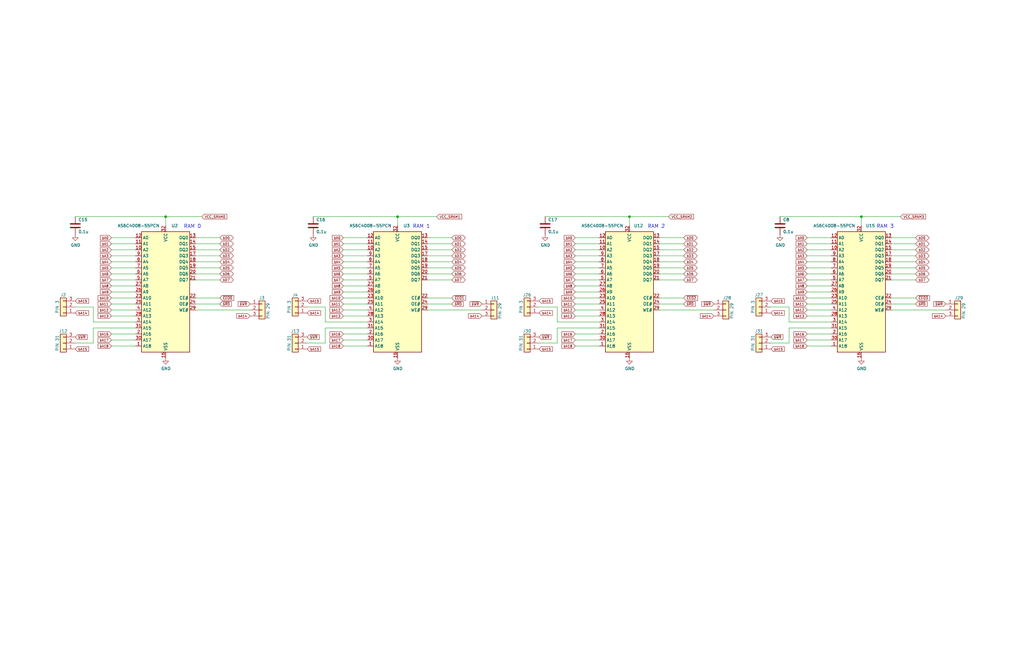
<source format=kicad_sch>
(kicad_sch (version 20211123) (generator eeschema)
  (paper "B")
  (lib_symbols
    (symbol "Connector_Generic:Conn_01x03" (pin_names (offset 1.016) hide)
      (property "Reference" "J" (at 0 5.08 0))
      (property "Value" "Conn_01x03" (at 0 -5.08 0))
      (symbol "Conn_01x03_1_1"
        (rectangle (start -1.27 -2.413) (end 0 -2.667) (stroke (width 0.1524)))
        (rectangle (start -1.27 0.127) (end 0 -0.127) (stroke (width 0.1524)))
        (rectangle (start -1.27 2.667) (end 0 2.413) (stroke (width 0.1524)))
        (rectangle (start -1.27 3.81) (end 1.27 -3.81) (stroke (width 0.254)) (fill (type background)))
        (pin passive line (at -5.08 2.54 0) (length 3.81) (name "Pin_1") (number "1"))
        (pin passive line (at -5.08 0 0) (length 3.81) (name "Pin_2") (number "2"))
        (pin passive line (at -5.08 -2.54 0) (length 3.81) (name "Pin_3") (number "3"))
      )
    )
    (symbol "Device:C" (pin_numbers hide) (pin_names (offset 0.254))
      (property "Reference" "C" (at 0.635 2.54 0))
      (property "Value" "C" (at 0.635 -2.54 0))
      (symbol "C_0_1"
        (polyline (pts (xy -2.032 -0.762) (xy 2.032 -0.762)) (stroke (width 0.508)))
        (polyline (pts (xy -2.032 0.762) (xy 2.032 0.762)) (stroke (width 0.508)))
      )
      (symbol "C_1_1"
        (pin passive line (at 0 3.81 270) (length 2.794) (name "~") (number "1"))
        (pin passive line (at 0 -3.81 90) (length 2.794) (name "~") (number "2"))
      )
    )
    (symbol "Memory_RAM:AS6C4008-55PCN"
      (property "Reference" "U" (at -10.16 26.035 0))
      (property "Value" "AS6C4008-55PCN" (at 2.54 26.035 0))
      (symbol "AS6C4008-55PCN_0_0"
        (pin power_in line (at 0 -27.94 90) (length 2.54) (name "VSS") (number "16"))
        (pin power_in line (at 0 27.94 270) (length 2.54) (name "VCC") (number "32"))
      )
      (symbol "AS6C4008-55PCN_0_1"
        (rectangle (start -10.16 25.4) (end 10.16 -25.4) (stroke (width 0.254)) (fill (type background)))
      )
      (symbol "AS6C4008-55PCN_1_1"
        (pin input line (at -12.7 -22.86 0) (length 2.54) (name "A18") (number "1"))
        (pin input line (at -12.7 17.78 0) (length 2.54) (name "A2") (number "10"))
        (pin input line (at -12.7 20.32 0) (length 2.54) (name "A1") (number "11"))
        (pin input line (at -12.7 22.86 0) (length 2.54) (name "A0") (number "12"))
        (pin tri_state line (at 12.7 22.86 180) (length 2.54) (name "DQ0") (number "13"))
        (pin tri_state line (at 12.7 20.32 180) (length 2.54) (name "DQ1") (number "14"))
        (pin tri_state line (at 12.7 17.78 180) (length 2.54) (name "DQ2") (number "15"))
        (pin tri_state line (at 12.7 15.24 180) (length 2.54) (name "DQ3") (number "17"))
        (pin tri_state line (at 12.7 12.7 180) (length 2.54) (name "DQ4") (number "18"))
        (pin tri_state line (at 12.7 10.16 180) (length 2.54) (name "DQ5") (number "19"))
        (pin input line (at -12.7 -17.78 0) (length 2.54) (name "A16") (number "2"))
        (pin tri_state line (at 12.7 7.62 180) (length 2.54) (name "DQ6") (number "20"))
        (pin tri_state line (at 12.7 5.08 180) (length 2.54) (name "DQ7") (number "21"))
        (pin input line (at 12.7 -2.54 180) (length 2.54) (name "CE#") (number "22"))
        (pin input line (at -12.7 -2.54 0) (length 2.54) (name "A10") (number "23"))
        (pin input line (at 12.7 -5.08 180) (length 2.54) (name "OE#") (number "24"))
        (pin input line (at -12.7 -5.08 0) (length 2.54) (name "A11") (number "25"))
        (pin input line (at -12.7 0 0) (length 2.54) (name "A9") (number "26"))
        (pin input line (at -12.7 2.54 0) (length 2.54) (name "A8") (number "27"))
        (pin input line (at -12.7 -10.16 0) (length 2.54) (name "A13") (number "28"))
        (pin input line (at 12.7 -7.62 180) (length 2.54) (name "WE#") (number "29"))
        (pin input line (at -12.7 -12.7 0) (length 2.54) (name "A14") (number "3"))
        (pin input line (at -12.7 -20.32 0) (length 2.54) (name "A17") (number "30"))
        (pin input line (at -12.7 -15.24 0) (length 2.54) (name "A15") (number "31"))
        (pin input line (at -12.7 -7.62 0) (length 2.54) (name "A12") (number "4"))
        (pin input line (at -12.7 5.08 0) (length 2.54) (name "A7") (number "5"))
        (pin input line (at -12.7 7.62 0) (length 2.54) (name "A6") (number "6"))
        (pin input line (at -12.7 10.16 0) (length 2.54) (name "A5") (number "7"))
        (pin input line (at -12.7 12.7 0) (length 2.54) (name "A4") (number "8"))
        (pin input line (at -12.7 15.24 0) (length 2.54) (name "A3") (number "9"))
      )
    )
    (symbol "power:GND" (power) (pin_names (offset 0))
      (property "Value" "GND" (at 0 -3.81 0))
      (symbol "GND_0_1"
        (polyline (pts (xy 0 0) (xy 0 -1.27) (xy 1.27 -1.27) (xy 0 -2.54) (xy -1.27 -1.27) (xy 0 -1.27)))
      )
      (symbol "GND_1_1"
        (pin power_in line (at 0 0 270) (length 0) hide (name "GND") (number "1"))
      )
    )
  )
  (junction (at 167.64 91.44))
  (junction (at 69.85 91.44))
  (junction (at 363.22 91.44))
  (junction (at 265.43 91.44))
  (wire (pts (xy 46.99 143.51) (xy 57.15 143.51)))
  (wire (pts (xy 340.36 105.41) (xy 350.52 105.41)))
  (wire (pts (xy 46.99 118.11) (xy 57.15 118.11)))
  (wire (pts (xy 46.99 140.97) (xy 57.15 140.97)))
  (wire (pts (xy 154.94 140.97) (xy 144.78 140.97)))
  (wire (pts (xy 340.36 113.03) (xy 350.52 113.03)))
  (wire (pts (xy 278.13 115.57) (xy 288.29 115.57)))
  (wire (pts (xy 46.99 130.81) (xy 57.15 130.81)))
  (wire (pts (xy 46.99 125.73) (xy 57.15 125.73)))
  (wire (pts (xy 82.55 105.41) (xy 92.71 105.41)))
  (wire (pts (xy 242.57 113.03) (xy 252.73 113.03)))
  (wire (pts (xy 39.37 129.54) (xy 31.75 129.54)))
  (wire (pts (xy 332.74 129.54) (xy 325.12 129.54)))
  (wire (pts (xy 180.34 113.03) (xy 190.5 113.03)))
  (wire (pts (xy 144.78 110.49) (xy 154.94 110.49)))
  (wire (pts (xy 278.13 125.73) (xy 288.29 125.73)))
  (wire (pts (xy 242.57 120.65) (xy 252.73 120.65)))
  (wire (pts (xy 180.34 130.81) (xy 203.2 130.81)))
  (wire (pts (xy 82.55 107.95) (xy 92.71 107.95)))
  (wire (pts (xy 144.78 128.27) (xy 154.94 128.27)))
  (wire (pts (xy 46.99 113.03) (xy 57.15 113.03)))
  (wire (pts (xy 340.36 110.49) (xy 350.52 110.49)))
  (wire (pts (xy 180.34 105.41) (xy 190.5 105.41)))
  (wire (pts (xy 242.57 118.11) (xy 252.73 118.11)))
  (wire (pts (xy 242.57 133.35) (xy 252.73 133.35)))
  (wire (pts (xy 332.74 138.43) (xy 332.74 144.78)))
  (wire (pts (xy 375.92 102.87) (xy 386.08 102.87)))
  (wire (pts (xy 278.13 105.41) (xy 288.29 105.41)))
  (wire (pts (xy 350.52 140.97) (xy 340.36 140.97)))
  (wire (pts (xy 375.92 118.11) (xy 386.08 118.11)))
  (wire (pts (xy 340.36 133.35) (xy 350.52 133.35)))
  (wire (pts (xy 144.78 133.35) (xy 154.94 133.35)))
  (wire (pts (xy 340.36 130.81) (xy 350.52 130.81)))
  (wire (pts (xy 144.78 100.33) (xy 154.94 100.33)))
  (wire (pts (xy 137.16 135.89) (xy 154.94 135.89)))
  (wire (pts (xy 167.64 91.44) (xy 184.15 91.44)))
  (wire (pts (xy 242.57 107.95) (xy 252.73 107.95)))
  (wire (pts (xy 229.87 91.44) (xy 265.43 91.44)))
  (wire (pts (xy 328.93 91.44) (xy 363.22 91.44)))
  (wire (pts (xy 144.78 143.51) (xy 154.94 143.51)))
  (wire (pts (xy 46.99 105.41) (xy 57.15 105.41)))
  (wire (pts (xy 132.08 91.44) (xy 167.64 91.44)))
  (wire (pts (xy 46.99 123.19) (xy 57.15 123.19)))
  (wire (pts (xy 242.57 130.81) (xy 252.73 130.81)))
  (wire (pts (xy 69.85 91.44) (xy 85.09 91.44)))
  (wire (pts (xy 180.34 100.33) (xy 190.5 100.33)))
  (wire (pts (xy 180.34 118.11) (xy 190.5 118.11)))
  (wire (pts (xy 144.78 123.19) (xy 154.94 123.19)))
  (wire (pts (xy 82.55 115.57) (xy 92.71 115.57)))
  (wire (pts (xy 242.57 143.51) (xy 252.73 143.51)))
  (wire (pts (xy 375.92 128.27) (xy 386.08 128.27)))
  (wire (pts (xy 363.22 91.44) (xy 379.73 91.44)))
  (wire (pts (xy 144.78 125.73) (xy 154.94 125.73)))
  (wire (pts (xy 340.36 102.87) (xy 350.52 102.87)))
  (wire (pts (xy 340.36 123.19) (xy 350.52 123.19)))
  (wire (pts (xy 137.16 135.89) (xy 137.16 129.54)))
  (wire (pts (xy 234.95 135.89) (xy 252.73 135.89)))
  (wire (pts (xy 39.37 135.89) (xy 57.15 135.89)))
  (wire (pts (xy 82.55 113.03) (xy 92.71 113.03)))
  (wire (pts (xy 39.37 144.78) (xy 31.75 144.78)))
  (wire (pts (xy 234.95 135.89) (xy 234.95 129.54)))
  (wire (pts (xy 180.34 125.73) (xy 190.5 125.73)))
  (wire (pts (xy 144.78 146.05) (xy 154.94 146.05)))
  (wire (pts (xy 154.94 138.43) (xy 137.16 138.43)))
  (wire (pts (xy 375.92 113.03) (xy 386.08 113.03)))
  (wire (pts (xy 278.13 113.03) (xy 288.29 113.03)))
  (wire (pts (xy 375.92 107.95) (xy 386.08 107.95)))
  (wire (pts (xy 265.43 95.25) (xy 265.43 91.44)))
  (wire (pts (xy 340.36 125.73) (xy 350.52 125.73)))
  (wire (pts (xy 340.36 143.51) (xy 350.52 143.51)))
  (wire (pts (xy 278.13 107.95) (xy 288.29 107.95)))
  (wire (pts (xy 46.99 100.33) (xy 57.15 100.33)))
  (wire (pts (xy 252.73 138.43) (xy 234.95 138.43)))
  (wire (pts (xy 234.95 129.54) (xy 227.33 129.54)))
  (wire (pts (xy 242.57 125.73) (xy 252.73 125.73)))
  (wire (pts (xy 180.34 110.49) (xy 190.5 110.49)))
  (wire (pts (xy 46.99 133.35) (xy 57.15 133.35)))
  (wire (pts (xy 242.57 140.97) (xy 252.73 140.97)))
  (wire (pts (xy 375.92 105.41) (xy 386.08 105.41)))
  (wire (pts (xy 69.85 91.44) (xy 69.85 95.25)))
  (wire (pts (xy 82.55 102.87) (xy 92.71 102.87)))
  (wire (pts (xy 242.57 105.41) (xy 252.73 105.41)))
  (wire (pts (xy 46.99 120.65) (xy 57.15 120.65)))
  (wire (pts (xy 340.36 146.05) (xy 350.52 146.05)))
  (wire (pts (xy 82.55 110.49) (xy 92.71 110.49)))
  (wire (pts (xy 332.74 144.78) (xy 325.12 144.78)))
  (wire (pts (xy 242.57 110.49) (xy 252.73 110.49)))
  (wire (pts (xy 340.36 100.33) (xy 350.52 100.33)))
  (wire (pts (xy 242.57 102.87) (xy 252.73 102.87)))
  (wire (pts (xy 340.36 107.95) (xy 350.52 107.95)))
  (wire (pts (xy 375.92 100.33) (xy 386.08 100.33)))
  (wire (pts (xy 242.57 128.27) (xy 252.73 128.27)))
  (wire (pts (xy 144.78 115.57) (xy 154.94 115.57)))
  (wire (pts (xy 350.52 138.43) (xy 332.74 138.43)))
  (wire (pts (xy 46.99 107.95) (xy 57.15 107.95)))
  (wire (pts (xy 144.78 120.65) (xy 154.94 120.65)))
  (wire (pts (xy 82.55 130.81) (xy 105.41 130.81)))
  (wire (pts (xy 137.16 138.43) (xy 137.16 144.78)))
  (wire (pts (xy 31.75 91.44) (xy 69.85 91.44)))
  (wire (pts (xy 82.55 128.27) (xy 92.71 128.27)))
  (wire (pts (xy 265.43 91.44) (xy 281.94 91.44)))
  (wire (pts (xy 46.99 146.05) (xy 57.15 146.05)))
  (wire (pts (xy 340.36 115.57) (xy 350.52 115.57)))
  (wire (pts (xy 180.34 102.87) (xy 190.5 102.87)))
  (wire (pts (xy 278.13 130.81) (xy 300.99 130.81)))
  (wire (pts (xy 242.57 115.57) (xy 252.73 115.57)))
  (wire (pts (xy 144.78 107.95) (xy 154.94 107.95)))
  (wire (pts (xy 242.57 146.05) (xy 252.73 146.05)))
  (wire (pts (xy 278.13 100.33) (xy 288.29 100.33)))
  (wire (pts (xy 340.36 120.65) (xy 350.52 120.65)))
  (wire (pts (xy 82.55 100.33) (xy 92.71 100.33)))
  (wire (pts (xy 332.74 135.89) (xy 332.74 129.54)))
  (wire (pts (xy 180.34 128.27) (xy 190.5 128.27)))
  (wire (pts (xy 144.78 130.81) (xy 154.94 130.81)))
  (wire (pts (xy 375.92 115.57) (xy 386.08 115.57)))
  (wire (pts (xy 375.92 110.49) (xy 386.08 110.49)))
  (wire (pts (xy 82.55 125.73) (xy 92.71 125.73)))
  (wire (pts (xy 234.95 138.43) (xy 234.95 144.78)))
  (wire (pts (xy 57.15 138.43) (xy 39.37 138.43)))
  (wire (pts (xy 180.34 115.57) (xy 190.5 115.57)))
  (wire (pts (xy 46.99 128.27) (xy 57.15 128.27)))
  (wire (pts (xy 144.78 113.03) (xy 154.94 113.03)))
  (wire (pts (xy 39.37 138.43) (xy 39.37 144.78)))
  (wire (pts (xy 242.57 100.33) (xy 252.73 100.33)))
  (wire (pts (xy 137.16 129.54) (xy 129.54 129.54)))
  (wire (pts (xy 278.13 128.27) (xy 288.29 128.27)))
  (wire (pts (xy 375.92 125.73) (xy 386.08 125.73)))
  (wire (pts (xy 167.64 91.44) (xy 167.64 95.25)))
  (wire (pts (xy 46.99 115.57) (xy 57.15 115.57)))
  (wire (pts (xy 278.13 102.87) (xy 288.29 102.87)))
  (wire (pts (xy 242.57 123.19) (xy 252.73 123.19)))
  (wire (pts (xy 363.22 95.25) (xy 363.22 91.44)))
  (wire (pts (xy 144.78 105.41) (xy 154.94 105.41)))
  (wire (pts (xy 82.55 118.11) (xy 92.71 118.11)))
  (wire (pts (xy 375.92 130.81) (xy 398.78 130.81)))
  (wire (pts (xy 340.36 118.11) (xy 350.52 118.11)))
  (wire (pts (xy 144.78 102.87) (xy 154.94 102.87)))
  (wire (pts (xy 278.13 118.11) (xy 288.29 118.11)))
  (wire (pts (xy 278.13 110.49) (xy 288.29 110.49)))
  (wire (pts (xy 144.78 118.11) (xy 154.94 118.11)))
  (wire (pts (xy 46.99 102.87) (xy 57.15 102.87)))
  (wire (pts (xy 234.95 144.78) (xy 227.33 144.78)))
  (wire (pts (xy 39.37 135.89) (xy 39.37 129.54)))
  (wire (pts (xy 332.74 135.89) (xy 350.52 135.89)))
  (wire (pts (xy 137.16 144.78) (xy 129.54 144.78)))
  (wire (pts (xy 180.34 107.95) (xy 190.5 107.95)))
  (wire (pts (xy 46.99 110.49) (xy 57.15 110.49)))
  (wire (pts (xy 340.36 128.27) (xy 350.52 128.27)))
  (text "RAM 1" (at 173.99 96.52 0) (effects (font (size 1.524 1.524)) (justify left bottom)))
  (text "RAM 2" (at 273.05 96.52 0) (effects (font (size 1.524 1.524)) (justify left bottom)))
  (text "RAM 3" (at 369.57 96.52 0) (effects (font (size 1.524 1.524)) (justify left bottom)))
  (text "RAM 0" (at 77.47 96.52 0) (effects (font (size 1.524 1.524)) (justify left bottom)))
  (global_label "bA11" (shape input) (at 46.99 128.27 180) (effects (font (size 1.016 1.016))) (property "Intersheet References" "${INTERSHEET_REFS}" (effects hide)))
  (global_label "bA18" (shape input) (at 144.78 146.05 180) (effects (font (size 1.016 1.016))) (property "Intersheet References" "${INTERSHEET_REFS}" (effects hide)))
  (global_label "bD7" (shape bidirectional) (at 92.71 118.11 0) (effects (font (size 1.016 1.016))) (property "Intersheet References" "${INTERSHEET_REFS}" (effects hide)))
  (global_label "VCC_SRAM2" (shape input) (at 281.94 91.44 0) (effects (font (size 1.016 1.016))) (property "Intersheet References" "${INTERSHEET_REFS}" (effects hide)))
  (global_label "~{CEO3}" (shape input) (at 386.08 125.73 0) (effects (font (size 1.016 1.016))) (property "Intersheet References" "${INTERSHEET_REFS}" (effects hide)))
  (global_label "bA7" (shape input) (at 144.78 118.11 180) (effects (font (size 1.016 1.016))) (property "Intersheet References" "${INTERSHEET_REFS}" (effects hide)))
  (global_label "bD1" (shape bidirectional) (at 288.29 102.87 0) (effects (font (size 1.016 1.016))) (property "Intersheet References" "${INTERSHEET_REFS}" (effects hide)))
  (global_label "bA14" (shape input) (at 105.41 133.35 180) (effects (font (size 1.016 1.016))) (property "Intersheet References" "${INTERSHEET_REFS}" (effects hide)))
  (global_label "~{CEO2}" (shape input) (at 288.29 125.73 0) (effects (font (size 1.016 1.016))) (property "Intersheet References" "${INTERSHEET_REFS}" (effects hide)))
  (global_label "bA18" (shape input) (at 46.99 146.05 180) (effects (font (size 1.016 1.016))) (property "Intersheet References" "${INTERSHEET_REFS}" (effects hide)))
  (global_label "bD3" (shape bidirectional) (at 386.08 107.95 0) (effects (font (size 1.016 1.016))) (property "Intersheet References" "${INTERSHEET_REFS}" (effects hide)))
  (global_label "bA18" (shape input) (at 242.57 146.05 180) (effects (font (size 1.016 1.016))) (property "Intersheet References" "${INTERSHEET_REFS}" (effects hide)))
  (global_label "bD0" (shape bidirectional) (at 386.08 100.33 0) (effects (font (size 1.016 1.016))) (property "Intersheet References" "${INTERSHEET_REFS}" (effects hide)))
  (global_label "bA5" (shape input) (at 340.36 113.03 180) (effects (font (size 1.016 1.016))) (property "Intersheet References" "${INTERSHEET_REFS}" (effects hide)))
  (global_label "bA17" (shape input) (at 46.99 143.51 180) (effects (font (size 1.016 1.016))) (property "Intersheet References" "${INTERSHEET_REFS}" (effects hide)))
  (global_label "bA8" (shape input) (at 46.99 120.65 180) (effects (font (size 1.016 1.016))) (property "Intersheet References" "${INTERSHEET_REFS}" (effects hide)))
  (global_label "bA15" (shape input) (at 227.33 127 0) (effects (font (size 1.016 1.016))) (property "Intersheet References" "${INTERSHEET_REFS}" (effects hide)))
  (global_label "bD0" (shape bidirectional) (at 288.29 100.33 0) (effects (font (size 1.016 1.016))) (property "Intersheet References" "${INTERSHEET_REFS}" (effects hide)))
  (global_label "bA5" (shape input) (at 242.57 113.03 180) (effects (font (size 1.016 1.016))) (property "Intersheet References" "${INTERSHEET_REFS}" (effects hide)))
  (global_label "bA11" (shape input) (at 340.36 128.27 180) (effects (font (size 1.016 1.016))) (property "Intersheet References" "${INTERSHEET_REFS}" (effects hide)))
  (global_label "bA6" (shape input) (at 46.99 115.57 180) (effects (font (size 1.016 1.016))) (property "Intersheet References" "${INTERSHEET_REFS}" (effects hide)))
  (global_label "bA0" (shape input) (at 242.57 100.33 180) (effects (font (size 1.016 1.016))) (property "Intersheet References" "${INTERSHEET_REFS}" (effects hide)))
  (global_label "bA4" (shape input) (at 144.78 110.49 180) (effects (font (size 1.016 1.016))) (property "Intersheet References" "${INTERSHEET_REFS}" (effects hide)))
  (global_label "bA3" (shape input) (at 144.78 107.95 180) (effects (font (size 1.016 1.016))) (property "Intersheet References" "${INTERSHEET_REFS}" (effects hide)))
  (global_label "~{bRD}" (shape input) (at 92.71 128.27 0) (effects (font (size 1.016 1.016))) (property "Intersheet References" "${INTERSHEET_REFS}" (effects hide)))
  (global_label "bA10" (shape input) (at 340.36 125.73 180) (effects (font (size 1.016 1.016))) (property "Intersheet References" "${INTERSHEET_REFS}" (effects hide)))
  (global_label "bA12" (shape input) (at 46.99 130.81 180) (effects (font (size 1.016 1.016))) (property "Intersheet References" "${INTERSHEET_REFS}" (effects hide)))
  (global_label "bA13" (shape input) (at 340.36 133.35 180) (effects (font (size 1.016 1.016))) (property "Intersheet References" "${INTERSHEET_REFS}" (effects hide)))
  (global_label "bD4" (shape bidirectional) (at 288.29 110.49 0) (effects (font (size 1.016 1.016))) (property "Intersheet References" "${INTERSHEET_REFS}" (effects hide)))
  (global_label "bA8" (shape input) (at 144.78 120.65 180) (effects (font (size 1.016 1.016))) (property "Intersheet References" "${INTERSHEET_REFS}" (effects hide)))
  (global_label "bD2" (shape bidirectional) (at 92.71 105.41 0) (effects (font (size 1.016 1.016))) (property "Intersheet References" "${INTERSHEET_REFS}" (effects hide)))
  (global_label "bA9" (shape input) (at 46.99 123.19 180) (effects (font (size 1.016 1.016))) (property "Intersheet References" "${INTERSHEET_REFS}" (effects hide)))
  (global_label "~{bWR}" (shape input) (at 325.12 142.24 0) (effects (font (size 1.016 1.016))) (property "Intersheet References" "${INTERSHEET_REFS}" (effects hide)))
  (global_label "bD5" (shape bidirectional) (at 386.08 113.03 0) (effects (font (size 1.016 1.016))) (property "Intersheet References" "${INTERSHEET_REFS}" (effects hide)))
  (global_label "bD6" (shape bidirectional) (at 288.29 115.57 0) (effects (font (size 1.016 1.016))) (property "Intersheet References" "${INTERSHEET_REFS}" (effects hide)))
  (global_label "bA16" (shape input) (at 340.36 140.97 180) (effects (font (size 1.016 1.016))) (property "Intersheet References" "${INTERSHEET_REFS}" (effects hide)))
  (global_label "bA15" (shape input) (at 227.33 147.32 0) (effects (font (size 1.016 1.016))) (property "Intersheet References" "${INTERSHEET_REFS}" (effects hide)))
  (global_label "bA3" (shape input) (at 340.36 107.95 180) (effects (font (size 1.016 1.016))) (property "Intersheet References" "${INTERSHEET_REFS}" (effects hide)))
  (global_label "bD5" (shape bidirectional) (at 288.29 113.03 0) (effects (font (size 1.016 1.016))) (property "Intersheet References" "${INTERSHEET_REFS}" (effects hide)))
  (global_label "bA14" (shape input) (at 300.99 133.35 180) (effects (font (size 1.016 1.016))) (property "Intersheet References" "${INTERSHEET_REFS}" (effects hide)))
  (global_label "~{bRD}" (shape input) (at 288.29 128.27 0) (effects (font (size 1.016 1.016))) (property "Intersheet References" "${INTERSHEET_REFS}" (effects hide)))
  (global_label "~{CEO0}" (shape input) (at 92.71 125.73 0) (effects (font (size 1.016 1.016))) (property "Intersheet References" "${INTERSHEET_REFS}" (effects hide)))
  (global_label "VCC_SRAM1" (shape input) (at 184.15 91.44 0) (effects (font (size 1.016 1.016))) (property "Intersheet References" "${INTERSHEET_REFS}" (effects hide)))
  (global_label "bA0" (shape input) (at 340.36 100.33 180) (effects (font (size 1.016 1.016))) (property "Intersheet References" "${INTERSHEET_REFS}" (effects hide)))
  (global_label "bA11" (shape input) (at 242.57 128.27 180) (effects (font (size 1.016 1.016))) (property "Intersheet References" "${INTERSHEET_REFS}" (effects hide)))
  (global_label "bA1" (shape input) (at 242.57 102.87 180) (effects (font (size 1.016 1.016))) (property "Intersheet References" "${INTERSHEET_REFS}" (effects hide)))
  (global_label "bA15" (shape input) (at 325.12 147.32 0) (effects (font (size 1.016 1.016))) (property "Intersheet References" "${INTERSHEET_REFS}" (effects hide)))
  (global_label "bA10" (shape input) (at 144.78 125.73 180) (effects (font (size 1.016 1.016))) (property "Intersheet References" "${INTERSHEET_REFS}" (effects hide)))
  (global_label "bD3" (shape bidirectional) (at 288.29 107.95 0) (effects (font (size 1.016 1.016))) (property "Intersheet References" "${INTERSHEET_REFS}" (effects hide)))
  (global_label "bA15" (shape input) (at 325.12 127 0) (effects (font (size 1.016 1.016))) (property "Intersheet References" "${INTERSHEET_REFS}" (effects hide)))
  (global_label "bA6" (shape input) (at 144.78 115.57 180) (effects (font (size 1.016 1.016))) (property "Intersheet References" "${INTERSHEET_REFS}" (effects hide)))
  (global_label "bD5" (shape bidirectional) (at 92.71 113.03 0) (effects (font (size 1.016 1.016))) (property "Intersheet References" "${INTERSHEET_REFS}" (effects hide)))
  (global_label "bA0" (shape input) (at 144.78 100.33 180) (effects (font (size 1.016 1.016))) (property "Intersheet References" "${INTERSHEET_REFS}" (effects hide)))
  (global_label "bD1" (shape bidirectional) (at 386.08 102.87 0) (effects (font (size 1.016 1.016))) (property "Intersheet References" "${INTERSHEET_REFS}" (effects hide)))
  (global_label "bD6" (shape bidirectional) (at 190.5 115.57 0) (effects (font (size 1.016 1.016))) (property "Intersheet References" "${INTERSHEET_REFS}" (effects hide)))
  (global_label "~{bRD}" (shape input) (at 386.08 128.27 0) (effects (font (size 1.016 1.016))) (property "Intersheet References" "${INTERSHEET_REFS}" (effects hide)))
  (global_label "bA12" (shape input) (at 242.57 130.81 180) (effects (font (size 1.016 1.016))) (property "Intersheet References" "${INTERSHEET_REFS}" (effects hide)))
  (global_label "bA13" (shape input) (at 144.78 133.35 180) (effects (font (size 1.016 1.016))) (property "Intersheet References" "${INTERSHEET_REFS}" (effects hide)))
  (global_label "bA1" (shape input) (at 46.99 102.87 180) (effects (font (size 1.016 1.016))) (property "Intersheet References" "${INTERSHEET_REFS}" (effects hide)))
  (global_label "bD3" (shape bidirectional) (at 92.71 107.95 0) (effects (font (size 1.016 1.016))) (property "Intersheet References" "${INTERSHEET_REFS}" (effects hide)))
  (global_label "bA8" (shape input) (at 340.36 120.65 180) (effects (font (size 1.016 1.016))) (property "Intersheet References" "${INTERSHEET_REFS}" (effects hide)))
  (global_label "bA13" (shape input) (at 242.57 133.35 180) (effects (font (size 1.016 1.016))) (property "Intersheet References" "${INTERSHEET_REFS}" (effects hide)))
  (global_label "bA18" (shape input) (at 340.36 146.05 180) (effects (font (size 1.016 1.016))) (property "Intersheet References" "${INTERSHEET_REFS}" (effects hide)))
  (global_label "bA10" (shape input) (at 242.57 125.73 180) (effects (font (size 1.016 1.016))) (property "Intersheet References" "${INTERSHEET_REFS}" (effects hide)))
  (global_label "bA16" (shape input) (at 46.99 140.97 180) (effects (font (size 1.016 1.016))) (property "Intersheet References" "${INTERSHEET_REFS}" (effects hide)))
  (global_label "bD1" (shape bidirectional) (at 92.71 102.87 0) (effects (font (size 1.016 1.016))) (property "Intersheet References" "${INTERSHEET_REFS}" (effects hide)))
  (global_label "bA5" (shape input) (at 144.78 113.03 180) (effects (font (size 1.016 1.016))) (property "Intersheet References" "${INTERSHEET_REFS}" (effects hide)))
  (global_label "bA1" (shape input) (at 144.78 102.87 180) (effects (font (size 1.016 1.016))) (property "Intersheet References" "${INTERSHEET_REFS}" (effects hide)))
  (global_label "bA15" (shape input) (at 31.75 127 0) (effects (font (size 1.016 1.016))) (property "Intersheet References" "${INTERSHEET_REFS}" (effects hide)))
  (global_label "bA4" (shape input) (at 340.36 110.49 180) (effects (font (size 1.016 1.016))) (property "Intersheet References" "${INTERSHEET_REFS}" (effects hide)))
  (global_label "bA2" (shape input) (at 46.99 105.41 180) (effects (font (size 1.016 1.016))) (property "Intersheet References" "${INTERSHEET_REFS}" (effects hide)))
  (global_label "bD6" (shape bidirectional) (at 386.08 115.57 0) (effects (font (size 1.016 1.016))) (property "Intersheet References" "${INTERSHEET_REFS}" (effects hide)))
  (global_label "VCC_SRAM0" (shape input) (at 85.09 91.44 0) (effects (font (size 1.016 1.016))) (property "Intersheet References" "${INTERSHEET_REFS}" (effects hide)))
  (global_label "bA14" (shape input) (at 203.2 133.35 180) (effects (font (size 1.016 1.016))) (property "Intersheet References" "${INTERSHEET_REFS}" (effects hide)))
  (global_label "~{bWR}" (shape input) (at 129.54 142.24 0) (effects (font (size 1.016 1.016))) (property "Intersheet References" "${INTERSHEET_REFS}" (effects hide)))
  (global_label "bD4" (shape bidirectional) (at 190.5 110.49 0) (effects (font (size 1.016 1.016))) (property "Intersheet References" "${INTERSHEET_REFS}" (effects hide)))
  (global_label "~{bWR}" (shape input) (at 227.33 142.24 0) (effects (font (size 1.016 1.016))) (property "Intersheet References" "${INTERSHEET_REFS}" (effects hide)))
  (global_label "bD0" (shape bidirectional) (at 92.71 100.33 0) (effects (font (size 1.016 1.016))) (property "Intersheet References" "${INTERSHEET_REFS}" (effects hide)))
  (global_label "~{bWR}" (shape input) (at 105.41 128.27 180) (effects (font (size 1.016 1.016))) (property "Intersheet References" "${INTERSHEET_REFS}" (effects hide)))
  (global_label "bA15" (shape input) (at 31.75 147.32 0) (effects (font (size 1.016 1.016))) (property "Intersheet References" "${INTERSHEET_REFS}" (effects hide)))
  (global_label "bD3" (shape bidirectional) (at 190.5 107.95 0) (effects (font (size 1.016 1.016))) (property "Intersheet References" "${INTERSHEET_REFS}" (effects hide)))
  (global_label "~{bWR}" (shape input) (at 203.2 128.27 180) (effects (font (size 1.016 1.016))) (property "Intersheet References" "${INTERSHEET_REFS}" (effects hide)))
  (global_label "bA3" (shape input) (at 46.99 107.95 180) (effects (font (size 1.016 1.016))) (property "Intersheet References" "${INTERSHEET_REFS}" (effects hide)))
  (global_label "bA5" (shape input) (at 46.99 113.03 180) (effects (font (size 1.016 1.016))) (property "Intersheet References" "${INTERSHEET_REFS}" (effects hide)))
  (global_label "bA14" (shape input) (at 31.75 132.08 0) (effects (font (size 1.016 1.016))) (property "Intersheet References" "${INTERSHEET_REFS}" (effects hide)))
  (global_label "bD7" (shape bidirectional) (at 288.29 118.11 0) (effects (font (size 1.016 1.016))) (property "Intersheet References" "${INTERSHEET_REFS}" (effects hide)))
  (global_label "bD4" (shape bidirectional) (at 386.08 110.49 0) (effects (font (size 1.016 1.016))) (property "Intersheet References" "${INTERSHEET_REFS}" (effects hide)))
  (global_label "bA12" (shape input) (at 144.78 130.81 180) (effects (font (size 1.016 1.016))) (property "Intersheet References" "${INTERSHEET_REFS}" (effects hide)))
  (global_label "bA1" (shape input) (at 340.36 102.87 180) (effects (font (size 1.016 1.016))) (property "Intersheet References" "${INTERSHEET_REFS}" (effects hide)))
  (global_label "bA6" (shape input) (at 242.57 115.57 180) (effects (font (size 1.016 1.016))) (property "Intersheet References" "${INTERSHEET_REFS}" (effects hide)))
  (global_label "bA9" (shape input) (at 144.78 123.19 180) (effects (font (size 1.016 1.016))) (property "Intersheet References" "${INTERSHEET_REFS}" (effects hide)))
  (global_label "bA12" (shape input) (at 340.36 130.81 180) (effects (font (size 1.016 1.016))) (property "Intersheet References" "${INTERSHEET_REFS}" (effects hide)))
  (global_label "bA17" (shape input) (at 242.57 143.51 180) (effects (font (size 1.016 1.016))) (property "Intersheet References" "${INTERSHEET_REFS}" (effects hide)))
  (global_label "bA15" (shape input) (at 129.54 147.32 0) (effects (font (size 1.016 1.016))) (property "Intersheet References" "${INTERSHEET_REFS}" (effects hide)))
  (global_label "bD2" (shape bidirectional) (at 288.29 105.41 0) (effects (font (size 1.016 1.016))) (property "Intersheet References" "${INTERSHEET_REFS}" (effects hide)))
  (global_label "bA13" (shape input) (at 46.99 133.35 180) (effects (font (size 1.016 1.016))) (property "Intersheet References" "${INTERSHEET_REFS}" (effects hide)))
  (global_label "bA17" (shape input) (at 340.36 143.51 180) (effects (font (size 1.016 1.016))) (property "Intersheet References" "${INTERSHEET_REFS}" (effects hide)))
  (global_label "bA7" (shape input) (at 340.36 118.11 180) (effects (font (size 1.016 1.016))) (property "Intersheet References" "${INTERSHEET_REFS}" (effects hide)))
  (global_label "bA2" (shape input) (at 242.57 105.41 180) (effects (font (size 1.016 1.016))) (property "Intersheet References" "${INTERSHEET_REFS}" (effects hide)))
  (global_label "bD7" (shape bidirectional) (at 190.5 118.11 0) (effects (font (size 1.016 1.016))) (property "Intersheet References" "${INTERSHEET_REFS}" (effects hide)))
  (global_label "bA7" (shape input) (at 46.99 118.11 180) (effects (font (size 1.016 1.016))) (property "Intersheet References" "${INTERSHEET_REFS}" (effects hide)))
  (global_label "bD6" (shape bidirectional) (at 92.71 115.57 0) (effects (font (size 1.016 1.016))) (property "Intersheet References" "${INTERSHEET_REFS}" (effects hide)))
  (global_label "bA4" (shape input) (at 242.57 110.49 180) (effects (font (size 1.016 1.016))) (property "Intersheet References" "${INTERSHEET_REFS}" (effects hide)))
  (global_label "bD0" (shape bidirectional) (at 190.5 100.33 0) (effects (font (size 1.016 1.016))) (property "Intersheet References" "${INTERSHEET_REFS}" (effects hide)))
  (global_label "~{bRD}" (shape input) (at 190.5 128.27 0) (effects (font (size 1.016 1.016))) (property "Intersheet References" "${INTERSHEET_REFS}" (effects hide)))
  (global_label "bA2" (shape input) (at 144.78 105.41 180) (effects (font (size 1.016 1.016))) (property "Intersheet References" "${INTERSHEET_REFS}" (effects hide)))
  (global_label "bD2" (shape bidirectional) (at 190.5 105.41 0) (effects (font (size 1.016 1.016))) (property "Intersheet References" "${INTERSHEET_REFS}" (effects hide)))
  (global_label "bA3" (shape input) (at 242.57 107.95 180) (effects (font (size 1.016 1.016))) (property "Intersheet References" "${INTERSHEET_REFS}" (effects hide)))
  (global_label "bA17" (shape input) (at 144.78 143.51 180) (effects (font (size 1.016 1.016))) (property "Intersheet References" "${INTERSHEET_REFS}" (effects hide)))
  (global_label "bA8" (shape input) (at 242.57 120.65 180) (effects (font (size 1.016 1.016))) (property "Intersheet References" "${INTERSHEET_REFS}" (effects hide)))
  (global_label "bA0" (shape input) (at 46.99 100.33 180) (effects (font (size 1.016 1.016))) (property "Intersheet References" "${INTERSHEET_REFS}" (effects hide)))
  (global_label "bA2" (shape input) (at 340.36 105.41 180) (effects (font (size 1.016 1.016))) (property "Intersheet References" "${INTERSHEET_REFS}" (effects hide)))
  (global_label "~{bWR}" (shape input) (at 398.78 128.27 180) (effects (font (size 1.016 1.016))) (property "Intersheet References" "${INTERSHEET_REFS}" (effects hide)))
  (global_label "bD4" (shape bidirectional) (at 92.71 110.49 0) (effects (font (size 1.016 1.016))) (property "Intersheet References" "${INTERSHEET_REFS}" (effects hide)))
  (global_label "bA4" (shape input) (at 46.99 110.49 180) (effects (font (size 1.016 1.016))) (property "Intersheet References" "${INTERSHEET_REFS}" (effects hide)))
  (global_label "bA7" (shape input) (at 242.57 118.11 180) (effects (font (size 1.016 1.016))) (property "Intersheet References" "${INTERSHEET_REFS}" (effects hide)))
  (global_label "bA14" (shape input) (at 129.54 132.08 0) (effects (font (size 1.016 1.016))) (property "Intersheet References" "${INTERSHEET_REFS}" (effects hide)))
  (global_label "bA14" (shape input) (at 398.78 133.35 180) (effects (font (size 1.016 1.016))) (property "Intersheet References" "${INTERSHEET_REFS}" (effects hide)))
  (global_label "bA9" (shape input) (at 340.36 123.19 180) (effects (font (size 1.016 1.016))) (property "Intersheet References" "${INTERSHEET_REFS}" (effects hide)))
  (global_label "bD2" (shape bidirectional) (at 386.08 105.41 0) (effects (font (size 1.016 1.016))) (property "Intersheet References" "${INTERSHEET_REFS}" (effects hide)))
  (global_label "VCC_SRAM3" (shape input) (at 379.73 91.44 0) (effects (font (size 1.016 1.016))) (property "Intersheet References" "${INTERSHEET_REFS}" (effects hide)))
  (global_label "bA10" (shape input) (at 46.99 125.73 180) (effects (font (size 1.016 1.016))) (property "Intersheet References" "${INTERSHEET_REFS}" (effects hide)))
  (global_label "bA14" (shape input) (at 227.33 132.08 0) (effects (font (size 1.016 1.016))) (property "Intersheet References" "${INTERSHEET_REFS}" (effects hide)))
  (global_label "bA16" (shape input) (at 242.57 140.97 180) (effects (font (size 1.016 1.016))) (property "Intersheet References" "${INTERSHEET_REFS}" (effects hide)))
  (global_label "~{bWR}" (shape input) (at 300.99 128.27 180) (effects (font (size 1.016 1.016))) (property "Intersheet References" "${INTERSHEET_REFS}" (effects hide)))
  (global_label "bA15" (shape input) (at 129.54 127 0) (effects (font (size 1.016 1.016))) (property "Intersheet References" "${INTERSHEET_REFS}" (effects hide)))
  (global_label "bA6" (shape input) (at 340.36 115.57 180) (effects (font (size 1.016 1.016))) (property "Intersheet References" "${INTERSHEET_REFS}" (effects hide)))
  (global_label "~{bWR}" (shape input) (at 31.75 142.24 0) (effects (font (size 1.016 1.016))) (property "Intersheet References" "${INTERSHEET_REFS}" (effects hide)))
  (global_label "~{CEO1}" (shape input) (at 190.5 125.73 0) (effects (font (size 1.016 1.016))) (property "Intersheet References" "${INTERSHEET_REFS}" (effects hide)))
  (global_label "bA16" (shape input) (at 144.78 140.97 180) (effects (font (size 1.016 1.016))) (property "Intersheet References" "${INTERSHEET_REFS}" (effects hide)))
  (global_label "bD5" (shape bidirectional) (at 190.5 113.03 0) (effects (font (size 1.016 1.016))) (property "Intersheet References" "${INTERSHEET_REFS}" (effects hide)))
  (global_label "bA11" (shape input) (at 144.78 128.27 180) (effects (font (size 1.016 1.016))) (property "Intersheet References" "${INTERSHEET_REFS}" (effects hide)))
  (global_label "bD7" (shape bidirectional) (at 386.08 118.11 0) (effects (font (size 1.016 1.016))) (property "Intersheet References" "${INTERSHEET_REFS}" (effects hide)))
  (global_label "bA9" (shape input) (at 242.57 123.19 180) (effects (font (size 1.016 1.016))) (property "Intersheet References" "${INTERSHEET_REFS}" (effects hide)))
  (global_label "bA14" (shape input) (at 325.12 132.08 0) (effects (font (size 1.016 1.016))) (property "Intersheet References" "${INTERSHEET_REFS}" (effects hide)))
  (global_label "bD1" (shape bidirectional) (at 190.5 102.87 0) (effects (font (size 1.016 1.016))) (property "Intersheet References" "${INTERSHEET_REFS}" (effects hide)))
  (symbol (lib_id "Connector_Generic:Conn_01x03") (at 26.67 129.54 180) (unit 1)
    (property "Reference" "J2" (at 26.67 124.46 0))
    (property "Value" "PIN 3" (at 24.13 129.54 90))
    (property "Footprint" "Connector_PinHeader_2.54mm:PinHeader_1x03_P2.54mm_Vertical" (effects hide))
  )
  (symbol (lib_id "Connector_Generic:Conn_01x03") (at 26.67 144.78 180) (unit 1)
    (property "Reference" "J12" (at 26.67 139.7 0))
    (property "Value" "PIN 31" (at 24.13 144.78 90))
    (property "Footprint" "Connector_PinHeader_2.54mm:PinHeader_1x03_P2.54mm_Vertical" (effects hide))
  )
  (symbol (lib_id "Connector_Generic:Conn_01x03") (at 110.49 130.81 0) (unit 1)
    (property "Reference" "J3" (at 109.22 125.73 0) (effects (justify left)))
    (property "Value" "PIN 29" (at 113.03 134.62 90) (effects (justify left)))
    (property "Footprint" "Connector_PinHeader_2.54mm:PinHeader_1x03_P2.54mm_Vertical" (effects hide))
  )
  (symbol (lib_id "Connector_Generic:Conn_01x03") (at 208.28 130.81 0) (unit 1)
    (property "Reference" "J11" (at 207.01 125.73 0) (effects (justify left)))
    (property "Value" "PIN 29" (at 210.82 134.62 90) (effects (justify left)))
    (property "Footprint" "Connector_PinHeader_2.54mm:PinHeader_1x03_P2.54mm_Vertical" (effects hide))
  )
  (symbol (lib_id "Connector_Generic:Conn_01x03") (at 124.46 129.54 180) (unit 1)
    (property "Reference" "J4" (at 124.46 124.46 0))
    (property "Value" "PIN 3" (at 121.92 129.54 90))
    (property "Footprint" "Connector_PinHeader_2.54mm:PinHeader_1x03_P2.54mm_Vertical" (effects hide))
  )
  (symbol (lib_id "Connector_Generic:Conn_01x03") (at 124.46 144.78 180) (unit 1)
    (property "Reference" "J13" (at 124.46 139.7 0))
    (property "Value" "PIN 31" (at 121.92 144.78 90))
    (property "Footprint" "Connector_PinHeader_2.54mm:PinHeader_1x03_P2.54mm_Vertical" (effects hide))
  )
  (symbol (lib_id "power:GND") (at 265.43 151.13 0) (unit 1)
    (property "Reference" "#PWR035" (effects hide))
    (property "Value" "GND" (at 265.557 155.5242 0))
  )
  (symbol (lib_id "power:GND") (at 363.22 151.13 0) (unit 1)
    (property "Reference" "#PWR036" (effects hide))
    (property "Value" "GND" (at 363.347 155.5242 0))
  )
  (symbol (lib_id "Memory_RAM:AS6C4008-55PCN") (at 265.43 123.19 0) (unit 1)
    (property "Reference" "U12" (at 269.24 95.25 0))
    (property "Value" "AS6C4008-55PCN" (at 254 95.25 0))
    (property "Footprint" "Package_DIP:DIP-32_W15.24mm" (effects hide))
    (property "Datasheet" "https://www.alliancememory.com/wp-content/uploads/pdf/AS6C4008.pdf" (effects hide))
  )
  (symbol (lib_id "Memory_RAM:AS6C4008-55PCN") (at 363.22 123.19 0) (unit 1)
    (property "Reference" "U15" (at 367.03 95.25 0))
    (property "Value" "AS6C4008-55PCN" (at 351.79 95.25 0))
    (property "Footprint" "Package_DIP:DIP-32_W15.24mm" (effects hide))
    (property "Datasheet" "https://www.alliancememory.com/wp-content/uploads/pdf/AS6C4008.pdf" (effects hide))
  )
  (symbol (lib_id "Connector_Generic:Conn_01x03") (at 222.25 129.54 180) (unit 1)
    (property "Reference" "J26" (at 222.25 124.46 0))
    (property "Value" "PIN 3" (at 219.71 129.54 90))
    (property "Footprint" "Connector_PinHeader_2.54mm:PinHeader_1x03_P2.54mm_Vertical" (effects hide))
  )
  (symbol (lib_id "Connector_Generic:Conn_01x03") (at 222.25 144.78 180) (unit 1)
    (property "Reference" "J30" (at 222.25 139.7 0))
    (property "Value" "PIN 31" (at 219.71 144.78 90))
    (property "Footprint" "Connector_PinHeader_2.54mm:PinHeader_1x03_P2.54mm_Vertical" (effects hide))
  )
  (symbol (lib_id "Connector_Generic:Conn_01x03") (at 306.07 130.81 0) (unit 1)
    (property "Reference" "J28" (at 304.8 125.73 0) (effects (justify left)))
    (property "Value" "PIN 29" (at 308.61 134.62 90) (effects (justify left)))
    (property "Footprint" "Connector_PinHeader_2.54mm:PinHeader_1x03_P2.54mm_Vertical" (effects hide))
  )
  (symbol (lib_id "Connector_Generic:Conn_01x03") (at 403.86 130.81 0) (unit 1)
    (property "Reference" "J29" (at 402.59 125.73 0) (effects (justify left)))
    (property "Value" "PIN 29" (at 406.4 134.62 90) (effects (justify left)))
    (property "Footprint" "Connector_PinHeader_2.54mm:PinHeader_1x03_P2.54mm_Vertical" (effects hide))
  )
  (symbol (lib_id "Connector_Generic:Conn_01x03") (at 320.04 129.54 180) (unit 1)
    (property "Reference" "J27" (at 320.04 124.46 0))
    (property "Value" "PIN 3" (at 317.5 129.54 90))
    (property "Footprint" "Connector_PinHeader_2.54mm:PinHeader_1x03_P2.54mm_Vertical" (effects hide))
  )
  (symbol (lib_id "Connector_Generic:Conn_01x03") (at 320.04 144.78 180) (unit 1)
    (property "Reference" "J31" (at 320.04 139.7 0))
    (property "Value" "PIN 31" (at 317.5 144.78 90))
    (property "Footprint" "Connector_PinHeader_2.54mm:PinHeader_1x03_P2.54mm_Vertical" (effects hide))
  )
  (symbol (lib_id "Memory_RAM:AS6C4008-55PCN") (at 69.85 123.19 0) (unit 1)
    (property "Reference" "U2" (at 73.66 95.25 0))
    (property "Value" "AS6C4008-55PCN" (at 58.42 95.25 0))
    (property "Footprint" "Package_DIP:DIP-32_W15.24mm" (effects hide))
    (property "Datasheet" "https://www.alliancememory.com/wp-content/uploads/pdf/AS6C4008.pdf" (effects hide))
  )
  (symbol (lib_id "Memory_RAM:AS6C4008-55PCN") (at 167.64 123.19 0) (unit 1)
    (property "Reference" "U3" (at 171.45 95.25 0))
    (property "Value" "AS6C4008-55PCN" (at 156.21 95.25 0))
    (property "Footprint" "Package_DIP:DIP-32_W15.24mm" (effects hide))
    (property "Datasheet" "https://www.alliancememory.com/wp-content/uploads/pdf/AS6C4008.pdf" (effects hide))
  )
  (symbol (lib_id "power:GND") (at 69.85 151.13 0) (unit 1)
    (property "Reference" "#PWR09" (effects hide))
    (property "Value" "GND" (at 69.977 155.5242 0))
  )
  (symbol (lib_id "power:GND") (at 167.64 151.13 0) (unit 1)
    (property "Reference" "#PWR011" (effects hide))
    (property "Value" "GND" (at 167.767 155.5242 0))
  )
  (symbol (lib_id "power:GND") (at 229.87 99.06 0) (unit 1)
    (property "Reference" "#PWR0117" (effects hide))
    (property "Value" "GND" (at 229.997 103.4542 0))
  )
  (symbol (lib_id "power:GND") (at 328.93 99.06 0) (unit 1)
    (property "Reference" "#PWR0116" (effects hide))
    (property "Value" "GND" (at 329.057 103.4542 0))
  )
  (symbol (lib_id "Device:C") (at 328.93 95.25 0) (unit 1)
    (property "Reference" "C8" (at 330.2 92.71 0) (effects (justify left)))
    (property "Value" "0.1u" (at 330.2 97.79 0) (effects (justify left)))
    (property "Footprint" "Capacitor_THT:C_Disc_D5.0mm_W2.5mm_P5.00mm" (effects hide))
  )
  (symbol (lib_id "power:GND") (at 31.75 99.06 0) (unit 1)
    (property "Reference" "#PWR0110" (effects hide))
    (property "Value" "GND" (at 31.877 103.4542 0))
  )
  (symbol (lib_id "power:GND") (at 132.08 99.06 0) (unit 1)
    (property "Reference" "#PWR0111" (effects hide))
    (property "Value" "GND" (at 132.207 103.4542 0))
  )
  (symbol (lib_id "Device:C") (at 31.75 95.25 0) (unit 1)
    (property "Reference" "C15" (at 33.02 92.71 0) (effects (justify left)))
    (property "Value" "0.1u" (at 33.02 97.79 0) (effects (justify left)))
    (property "Footprint" "Capacitor_THT:C_Disc_D5.0mm_W2.5mm_P5.00mm" (effects hide))
  )
  (symbol (lib_id "Device:C") (at 229.87 95.25 0) (unit 1)
    (property "Reference" "C17" (at 231.14 92.71 0) (effects (justify left)))
    (property "Value" "0.1u" (at 231.14 97.79 0) (effects (justify left)))
    (property "Footprint" "Capacitor_THT:C_Disc_D5.0mm_W2.5mm_P5.00mm" (effects hide))
  )
  (symbol (lib_id "Device:C") (at 132.08 95.25 0) (unit 1)
    (property "Reference" "C16" (at 133.35 92.71 0) (effects (justify left)))
    (property "Value" "0.1u" (at 133.35 97.79 0) (effects (justify left)))
    (property "Footprint" "Capacitor_THT:C_Disc_D5.0mm_W2.5mm_P5.00mm" (effects hide))
  )
)
</source>
